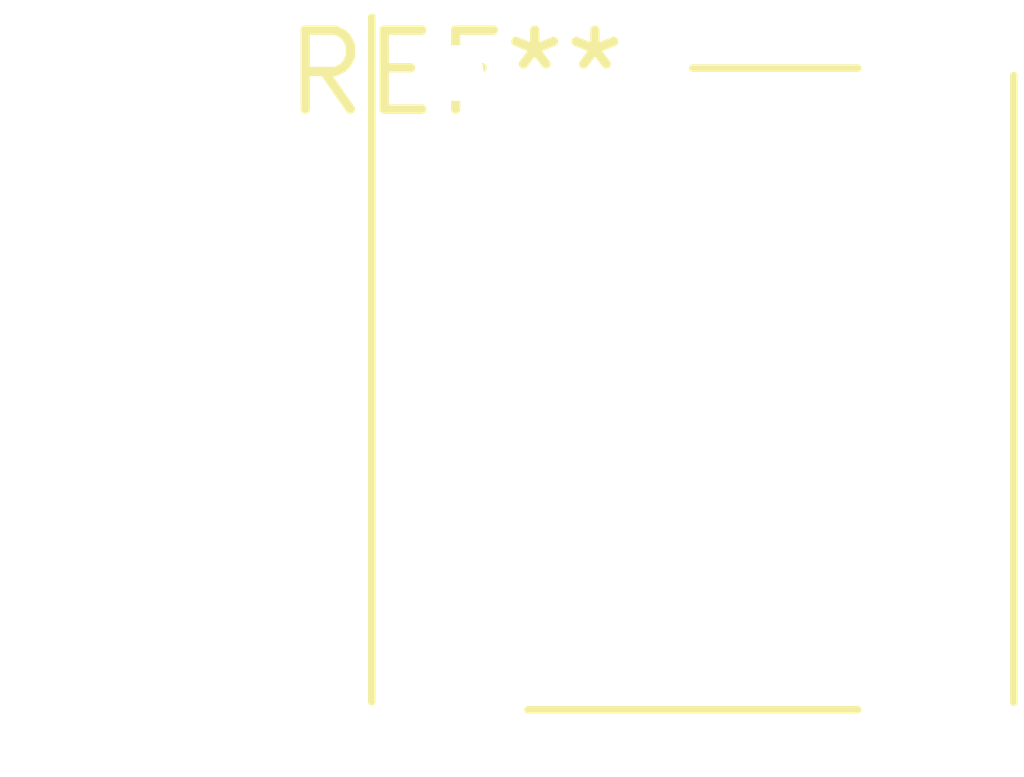
<source format=kicad_pcb>
(kicad_pcb (version 20240108) (generator pcbnew)
  (layers (0 "F.Cu" signal) (31 "B.Cu" signal) (34 "B.Paste" user) (35 "F.Paste" user) (36 "B.SilkS" user "B.Silkscreen") (37 "F.SilkS" user "F.Silkscreen") (38 "B.Mask" user) (39 "F.Mask" user) (44 "Edge.Cuts" user))
  (net 0 "")
  (footprint "SW_MEC_5GTH9" (layer "F.Cu") (at 0 0)
    (property "Reference" "REF**")
    (property "Value" "SW_MEC_5GTH9")
    (fp_line (start -1.35 -0.9) (end -1.35 10.11) (layer "F.SilkS") (stroke (width 0.12)))
    (fp_line (start 1.16 10.24) (end 6.46 10.24) (layer "F.SilkS") (stroke (width 0.12)))
    (fp_line (start 6.46 -0.08) (end 3.81 -0.08) (layer "F.SilkS") (stroke (width 0.12)))
    (fp_line (start 8.97 0.04) (end 8.97 10.12) (layer "F.SilkS") (stroke (width 0.12)))
    (pad "1" thru_hole rect (at 0 0 90) (size 1.8 1.8) (drill 0.9) (layers *.Cu *.Mask) (remove_unused_layers))
    (pad "1" thru_hole circle (at 0 10.16 90) (size 1.8 1.8) (drill 0.9) (layers *.Cu *.Mask) (remove_unused_layers))
    (pad "2" thru_hole circle (at 7.62 0 90) (size 1.8 1.8) (drill 0.9) (layers *.Cu *.Mask) (remove_unused_layers))
    (pad "2" thru_hole circle (at 7.62 10.16 90) (size 1.8 1.8) (drill 0.9) (layers *.Cu *.Mask) (remove_unused_layers))
  )
)
</source>
